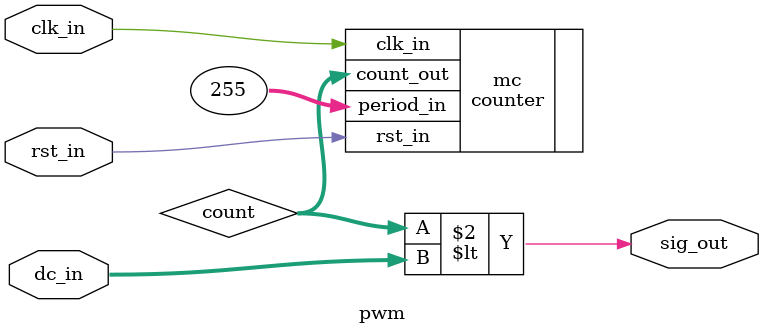
<source format=sv>
`default_nettype wire
module pwm (
    input wire clk_in,
    input wire rst_in,
    input wire [7:0] dc_in,
    output logic sig_out
);

  logic [31:0] count;
  counter mc (
      .clk_in(clk_in),
      .rst_in(rst_in),
      .period_in(255),
      .count_out(count)
  );
  assign sig_out = count < dc_in;  //very simple threshold check
endmodule
`default_nettype none

</source>
